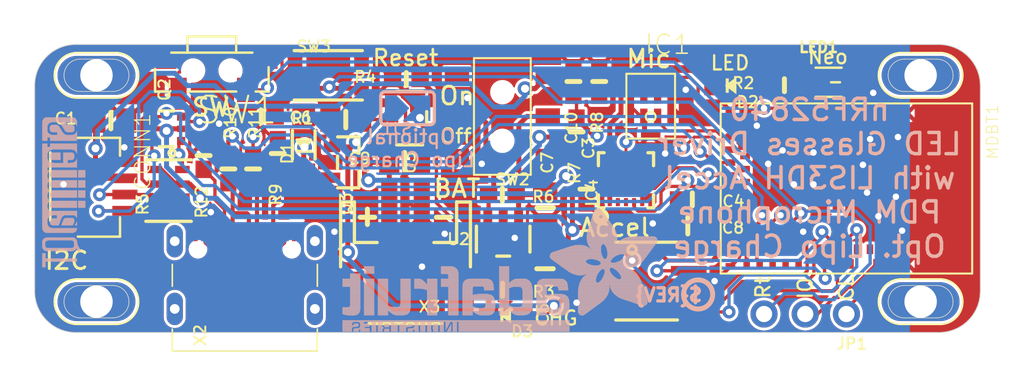
<source format=kicad_pcb>
(kicad_pcb (version 20221018) (generator pcbnew)
  (layers (0 "F.Cu" signal) (31 "B.Cu" signal) (34 "B.Paste" user) (35 "F.Paste" user) (36 "B.SilkS" user "B.Silkscreen") (37 "F.SilkS" user "F.Silkscreen") (38 "B.Mask" user) (39 "F.Mask" user) (44 "Edge.Cuts" user))
  (net 0 "")
  (net 1 "GND")
  (net 2 "VBUS")
  (net 3 "SWDIO")
  (net 4 "SWCLK")
  (net 5 "3.3V")
  (net 6 "RESET")
  (net 7 "VBAT")
  (net 8 "N$1")
  (net 9 "N$11")
  (net 10 "N$12")
  (net 11 "EN")
  (net 12 "USBD+")
  (net 13 "USBD-")
  (net 14 "VHI")
  (net 15 "SDA")
  (net 16 "SCL")
  (net 17 "VDIV")
  (net 18 "QSPI_SCK")
  (net 19 "QSPI_DATA1")
  (net 20 "QSPI_DATA2")
  (net 21 "QSPI_DATA3")
  (net 22 "QSPI_CS")
  (net 23 "QSPI_DATA0")
  (net 24 "NEOPIX")
  (net 25 "D+")
  (net 26 "D-")
  (net 27 "DCCH")
  (net 28 "LED1")
  (net 29 "N$5")
  (net 30 "SWITCH")
  (net 31 "N$2")
  (net 32 "CC2")
  (net 33 "CC1")
  (net 34 "MICC")
  (net 35 "MICD")
  (net 36 "VIN")
  (net 37 "LISIRQ")
  (net 38 "SDA_5V")
  (net 39 "SCL_5V")
  (footprint "working:0603-NO" (layer "F.Cu") (at 152.5651 98.3996 -90)
    (fp_text reference "C10")
    (fp_text value "0.1uF")
  )
  (footprint "working:0603-NO" (layer "F.Cu") (at 131.2926 103.7971 90)
    (fp_text reference "R10")
    (fp_text value "22")
  )
  (footprint "working:0805-NO" (layer "F.Cu") (at 150.8252 106.1974 90)
    (fp_text reference "C7")
    (fp_text value "10uF")
  )
  (footprint "working:0805-NO" (layer "F.Cu") (at 142.1638 103.2891 180)
    (fp_text reference "C9")
    (fp_text value "10uF")
  )
  (footprint "working:0603-NO" (layer "F.Cu") (at 132.8166 103.7971 90)
    (fp_text reference "R11")
    (fp_text value "22")
  )
  (footprint "working:SPK0415HM4H" (layer "F.Cu") (at 157.3276 99.9236 180)
    (fp_text reference "IC1")
    (fp_text value "MIC_PDM_SPK0415")
  )
  (footprint "working:0805-NO" (layer "F.Cu") (at 138.5316 100.7491 180)
    (fp_text reference "C6")
    (fp_text value "10uF")
  )
  (footprint "working:SPST_TACTILE_RA" (layer "F.Cu") (at 130.2766 98.0186 180)
    (fp_text reference "SW1")
    (fp_text value "TACT_RA" hide)
  )
  (footprint "working:FIDUCIAL_1MM" (layer "F.Cu") (at 125.6411 109.0041)
    (fp_text reference "FID2" hide)
    (fp_text value "FIDUCIAL_1MM" hide)
  )
  (footprint "working:CHIPLED_0805_NOOUTLINE" (layer "F.Cu") (at 148.3868 112.8014 90)
    (fp_text reference "D3")
    (fp_text value "ORANGE")
  )
  (footprint "working:SLOT_4MM_PLATED" (layer "F.Cu") (at 173.9646 98.0186)
    (fp_text reference "U$16" hide)
    (fp_text value "MOUNTINGHOLE_SLOT4MM" hide)
    (fp_line (start -1 -1) (end 1 -1) (stroke (width 0.05)) (layer "Edge.Cuts"))
    (fp_line (start 1 1) (end -1 1) (stroke (width 0.05)) (layer "Edge.Cuts"))
    (fp_arc (start -2 0) (mid -1.707107 -0.707107) (end -1 -1) (stroke (width 0.05)) (layer "Edge.Cuts"))
    (fp_arc (start -1 1) (mid -1.707107 0.707107) (end -2 0) (stroke (width 0.05)) (layer "Edge.Cuts"))
    (fp_arc (start 1 -1) (mid 1.707107 -0.707107) (end 2 0) (stroke (width 0.05)) (layer "Edge.Cuts"))
    (fp_arc (start 2 0) (mid 1.707107 0.707107) (end 1 1) (stroke (width 0.05)) (layer "Edge.Cuts"))
  )
  (footprint "working:SLOT_4MM_PLATED" (layer "F.Cu") (at 173.9646 111.9886)
    (fp_text reference "U$14" hide)
    (fp_text value "MOUNTINGHOLE_SLOT4MM" hide)
    (fp_line (start -1 -1) (end 1 -1) (stroke (width 0.05)) (layer "Edge.Cuts"))
    (fp_line (start 1 1) (end -1 1) (stroke (width 0.05)) (layer "Edge.Cuts"))
    (fp_arc (start -2 0) (mid -1.707107 -0.707107) (end -1 -1) (stroke (width 0.05)) (layer "Edge.Cuts"))
    (fp_arc (start -1 1) (mid -1.707107 0.707107) (end -2 0) (stroke (width 0.05)) (layer "Edge.Cuts"))
    (fp_arc (start 1 -1) (mid 1.707107 -0.707107) (end 2 0) (stroke (width 0.05)) (layer "Edge.Cuts"))
    (fp_arc (start 2 0) (mid 1.707107 0.707107) (end 1 1) (stroke (width 0.05)) (layer "Edge.Cuts"))
  )
  (footprint "working:EG1390" (layer "F.Cu") (at 148.1836 100.5586 90)
    (fp_text reference "SW2")
    (fp_text value "EG11")
  )
  (footprint "working:SOIC8_150MIL" (layer "F.Cu") (at 157.0736 110.7186 -90)
    (fp_text reference "IC2" hide)
    (fp_text value "GD25Q16" hide)
  )
  (footprint "working:0603-NO" (layer "F.Cu") (at 152.7556 101.5111 -90)
    (fp_text reference "R7")
    (fp_text value "100K")
  )
  (footprint "working:BTN_KMR2_4.6X2.8" (layer "F.Cu") (at 137.4521 98.0186)
    (fp_text reference "SW3")
    (fp_text value "KMR2")
  )
  (footprint "working:0603-NO" (layer "F.Cu") (at 153.3652 105.0417 90)
    (fp_text reference "C3")
    (fp_text value "0.1uF")
  )
  (footprint "working:0805-NO" (layer "F.Cu") (at 159.6136 107.3023)
    (fp_text reference "C8")
    (fp_text value "10uF")
  )
  (footprint "working:0603-NO" (layer "F.Cu") (at 165.5699 98.6282 180)
    (fp_text reference "R2")
    (fp_text value "1K")
  )
  (footprint "working:0603-NO" (layer "F.Cu") (at 133.3246 100.5586)
    (fp_text reference "R1")
    (fp_text value "100K")
  )
  (footprint "working:SLOT_4MM_PLATED" (layer "F.Cu") (at 123.1646 98.0186)
    (fp_text reference "U$10" hide)
    (fp_text value "MOUNTINGHOLE_SLOT4MM" hide)
    (fp_line (start -1 -1) (end 1 -1) (stroke (width 0.05)) (layer "Edge.Cuts"))
    (fp_line (start 1 1) (end -1 1) (stroke (width 0.05)) (layer "Edge.Cuts"))
    (fp_arc (start -2 0) (mid -1.707107 -0.707107) (end -1 -1) (stroke (width 0.05)) (layer "Edge.Cuts"))
    (fp_arc (start -1 1) (mid -1.707107 0.707107) (end -2 0) (stroke (width 0.05)) (layer "Edge.Cuts"))
    (fp_arc (start 1 -1) (mid 1.707107 -0.707107) (end 2 0) (stroke (width 0.05)) (layer "Edge.Cuts"))
    (fp_arc (start 2 0) (mid 1.707107 0.707107) (end 1 1) (stroke (width 0.05)) (layer "Edge.Cuts"))
  )
  (footprint "working:0603-NO" (layer "F.Cu") (at 154.1526 98.3996 -90)
    (fp_text reference "R8")
    (fp_text value "100K")
  )
  (footprint "working:USB_C_CUSB31-CFM2AX-01-X" (layer "F.Cu") (at 132.3086 111.2266)
    (fp_text reference "X2")
    (fp_text value "USBC")
  )
  (footprint "working:0805-NO" (layer "F.Cu") (at 150.8125 109.9566 -90)
    (fp_text reference "C5")
    (fp_text value "10uF")
  )
  (footprint "working:SOT23-5" (layer "F.Cu") (at 142.4686 100.6602 -90)
    (fp_text reference "U3")
    (fp_text value "MCP73831T-2ACI/OT")
  )
  (footprint "working:SLOT_4MM_PLATED" (layer "F.Cu") (at 123.1646 111.9886)
    (fp_text reference "U$12" hide)
    (fp_text value "MOUNTINGHOLE_SLOT4MM" hide)
    (fp_line (start -1 -1) (end 1 -1) (stroke (width 0.05)) (layer "Edge.Cuts"))
    (fp_line (start 1 1) (end -1 1) (stroke (width 0.05)) (layer "Edge.Cuts"))
    (fp_arc (start -2 0) (mid -1.707107 -0.707107) (end -1 -1) (stroke (width 0.05)) (layer "Edge.Cuts"))
    (fp_arc (start -1 1) (mid -1.707107 0.707107) (end -2 0) (stroke (width 0.05)) (layer "Edge.Cuts"))
    (fp_arc (start 1 -1) (mid 1.707107 -0.707107) (end 2 0) (stroke (width 0.05)) (layer "Edge.Cuts"))
    (fp_arc (start 2 0) (mid 1.707107 0.707107) (end 1 1) (stroke (width 0.05)) (layer "Edge.Cuts"))
  )
  (footprint "working:SK6805_1515" (layer "F.Cu") (at 168.2938 98.4488)
    (fp_text reference "LED1")
    (fp_text value "WS2812B_SK6805_1515")
  )
  (footprint "working:0603-NO" (layer "F.Cu") (at 129.7686 102.9716 -90)
    (fp_text reference "R12")
    (fp_text value "5.1K")
  )
  (footprint "working:0603-NO" (layer "F.Cu") (at 148.1836 105.3846)
    (fp_text reference "R6")
    (fp_text value "100K")
  )
  (footprint "working:FIDUCIAL_1MM" (layer "F.Cu") (at 170.7261 96.8756)
    (fp_text reference "FID1" hide)
    (fp_text value "FIDUCIAL_1MM" hide)
  )
  (footprint "working:CHIPLED_0805_NOOUTLINE" (layer "F.Cu") (at 162.2806 98.6536 90)
    (fp_text reference "D2")
    (fp_text value "RED")
  )
  (footprint "working:1X03_ROUND" (layer "F.Cu") (at 166.8526 112.7506 180)
    (fp_text reference "JP1")
    (fp_text value "")
  )
  (footprint "working:JST_SH4" (layer "F.Cu") (at 122.4026 104.8766 -90)
    (fp_text reference "CONN1")
    (fp_text value "STEMMA_I2C_QT" hide)
  )
  (footprint "working:LGA16_3X3MM" (layer "F.Cu") (at 155.8036 104.4956 90)
    (fp_text reference "IC4")
    (fp_text value "LIS3DH")
  )
  (footprint "working:SOT23-R" (layer "F.Cu") (at 138.684 103.3907 -90)
    (fp_text reference "Q3")
    (fp_text value "DMG2305")
  )
  (footprint "working:SOT363" (layer "F.Cu") (at 127.4826 101.3206 90)
    (fp_text reference "Q2")
    (fp_text value "BSS138")
  )
  (footprint "working:0603-NO" (layer "F.Cu") (at 134.3406 102.8446 -90)
    (fp_text reference "R9")
    (fp_text value "5.1K")
  )
  (footprint "working:RESPACK_4X0603" (layer "F.Cu") (at 127.6096 105.1306 90)
    (fp_text reference "R5")
    (fp_text value "10K")
  )
  (footprint "working:SOT23-5" (layer "F.Cu") (at 148.2344 108.1278 180)
    (fp_text reference "U2")
    (fp_text value "AP2112(3.3V)")
  )
  (footprint "working:MDBT50" (layer "F.Cu") (at 169.3926 105.0036 -90)
    (fp_text reference "MDBT1")
    (fp_text value "MDBT50")
  )
  (footprint "working:0603-NO" (layer "F.Cu") (at 142.2654 98.2472 180)
    (fp_text reference "R4")
    (fp_text value "5.1K")
  )
  (footprint "working:0603-NO" (layer "F.Cu") (at 148.1963 111.252)
    (fp_text reference "R3")
    (fp_text value "1K")
  )
  (footprint "working:JSTPH2_BATT" (layer "F.Cu") (at 142.2146 110.3376 180)
    (fp_text reference "X3")
    (fp_text value "JSTPH")
  )
  (footprint "working:SOD-123" (layer "F.Cu") (at 135.9408 102.3112 90)
    (fp_text reference "D1")
    (fp_text value "MBR120")
  )
  (footprint "working:0805-NO" (layer "F.Cu") (at 124.0536 100.8126 180)
    (fp_text reference "C1")
    (fp_text value "10uF")
  )
  (footprint "working:0603-NO" (layer "F.Cu") (at 159.893 105.6767)
    (fp_text reference "C4")
    (fp_text value "0.1uF")
  )
  (footprint "working:SOLDERJUMPER_ARROW_NOPASTE" (layer "B.Cu") (at 142.3416 100.0506)
    (fp_text reference "SJ1")
    (fp_text value "")
  )
  (footprint "working:PCBFEAT-REV-040" (layer "B.Cu") (at 160.2486 111.5441 180)
    (fp_text reference "U$63" hide)
    (fp_text value "" hide)
  )
  (footprint "working:ADAFRUIT_TEXT_20MM" (layer "B.Cu") (at 157.8991 113.8301 180)
    (fp_text reference "U$37" hide)
    (fp_text value "" hide)
  )
  (footprint "working:STEMMAQT" (layer "B.Cu") (at 122.4661 100.6221 -90)
    (fp_text reference "U$28" hide)
    (fp_text value "" hide)
  )
  (gr_line (start 175.1076 96.1136) (end 121.8946 96.1136) (stroke (width 0.05)) (layer "Edge.Cuts"))
  (gr_line (start 119.3546 98.6536) (end 119.3546 111.3536) (stroke (width 0.05)) (layer "Edge.Cuts"))
  (gr_arc (start 175.1076 96.1136) (mid 176.903651 96.857549) (end 177.6476 98.6536) (stroke (width 0.05)) (layer "Edge.Cuts"))
  (gr_arc (start 177.6476 111.3536) (mid 176.903651 113.149651) (end 175.1076 113.8936) (stroke (width 0.05)) (layer "Edge.Cuts"))
  (gr_arc (start 121.8946 113.8936) (mid 120.098549 113.149651) (end 119.3546 111.3536) (stroke (width 0.05)) (layer "Edge.Cuts"))
  (gr_arc (start 119.3546 98.6536) (mid 120.098549 96.857549) (end 121.8946 96.1136) (stroke (width 0.05)) (layer "Edge.Cuts"))
  (gr_line (start 177.6476 111.3536) (end 177.6476 98.6536) (stroke (width 0.05)) (layer "Edge.Cuts"))
  (gr_line (start 121.8946 113.8936) (end 175.1076 113.8936) (stroke (width 0.05)) (layer "Edge.Cuts"))
  (gr_text "Optional\nLipo Charge" (at 142.5321 102.5271) (layer "B.SilkS") (effects (font (size 0.87376 0.87376) (thickness 0.14224)) (justify mirror)))
  (gr_text "nRF52840\nLED Glasses Driver\nwith LIS3DH Accel\nPDM Microphone\nOpt. Lipo Charge" (at 167.1066 104.3686) (layer "B.SilkS") (effects (font (size 1.31064 1.31064) (thickness 0.21336)) (justify mirror)))
  (gr_text "I2C" (at 121.3231 109.4486) (layer "F.SilkS") (effects (font (size 1.0922 1.0922) (thickness 0.1778))))
  (gr_text "CHG" (at 151.4856 113.0046) (layer "F.SilkS") (effects (font (size 0.87376 0.87376) (thickness 0.14224))))
  (gr_text "Reset" (at 142.2146 96.9391) (layer "F.SilkS") (effects (font (size 0.98298 0.98298) (thickness 0.16002))))
  (gr_text "IO" (at 166.8526 111.1631 90) (layer "F.SilkS") (effects (font (size 0.87376 0.87376) (thickness 0.14224))))
  (gr_text "Mic" (at 157.2006 97.0026) (layer "F.SilkS") (effects (font (size 1.0922 1.0922) (thickness 0.1778))))
  (gr_text "On" (at 145.3896 99.2886) (layer "F.SilkS") (effects (font (size 1.0922 1.0922) (thickness 0.1778))))
  (gr_text "Off" (at 145.3261 101.7651) (layer "F.SilkS") (effects (font (size 0.87376 0.87376) (thickness 0.14224))))
  (gr_text "BAT" (at 145.3896 105.0036) (layer "F.SilkS") (effects (font (size 1.0922 1.0922) (thickness 0.1778))))
  (gr_text "SW" (at 130.2131 99.9871) (layer "F.SilkS") (effects (font (size 1.0922 1.0922) (thickness 0.1778))))
  (gr_text "Rt" (at 164.2491 111.0996 90) (layer "F.SilkS") (effects (font (size 0.87376 0.87376) (thickness 0.14224))))
  (gr_text "CL" (at 169.3926 111.1631 90) (layer "F.SilkS") (effects (font (size 0.87376 0.87376) (thickness 0.14224))))
  (gr_text "Neo" (at 168.2496 96.8756) (layer "F.SilkS") (effects (font (size 0.87376 0.87376) (thickness 0.14224))))
  (gr_text "LED" (at 162.2171 97.2566) (layer "F.SilkS") (effects (font (size 0.87376 0.87376) (thickness 0.14224))))
  (gr_text "Accel" (at 155.1051 107.4166) (layer "F.SilkS") (effects (font (size 1.0922 1.0922) (thickness 0.1778))))
  (segment (start 156.9026 100.5486) (end 156.9466 100.5926) (width 0.3048) (layer "F.Cu") (net 1))
  (segment (start 156.9466 101.5746) (end 156.9466 102.1216) (width 0.2032) (layer "F.Cu") (net 1))
  (segment (start 161.1376 98.5606) (end 161.2306 98.6536) (width 0.2032) (layer "F.Cu") (net 1))
  (segment (start 156.9026 100.5486) (end 156.7026 100.5486) (width 0.2032) (layer "F.Cu") (net 1))
  (segment (start 156.3036 103.1456) (end 156.3036 103.6146) (width 0.2032) (layer "F.Cu") (net 1))
  (segment (start 140.131331 99.548) (end 140.136731 99.5426) (width 0.2032) (layer "F.Cu") (net 1))
  (segment (start 157.3276 101.6736) (end 158.2166 102.5626) (width 0.2032) (layer "F.Cu") (net 1))
  (segment (start 156.9466 101.5746) (end 157.3276 101.5746) (width 0.2032) (layer "F.Cu") (net 1))
  (segment (start 167.3408 97.9988) (end 166.9796 97.6376) (width 0.2032) (layer "F.Cu") (net 1))
  (segment (start 157.1536 104.4956) (end 157.1964 104.4528) (width 0.2032) (layer "F.Cu") (net 1))
  (segment (start 157.549662 104.4528) (end 158.2166 103.785863) (width 0.2032) (layer "F.Cu") (net 1))
  (segment (start 139.5476 99.6696) (end 139.6692 99.548) (width 0.2032) (layer "F.Cu") (net 1))
  (segment (start 129.5781 106.4641) (end 130.2131 106.4641) (width 0.3048) (layer "F.Cu") (net 1))
  (segment (start 155.2956 103.1536) (end 155.3036 103.1456) (width 0.2032) (layer "F.Cu") (net 1))
  (segment (start 149.596175 107.7579) (end 150.206675 107.1474) (width 0.3048) (layer "F.Cu") (net 1))
  (segment (start 132.6896 100.5586) (end 134.1256 101.9946) (width 0.2032) (layer "F.Cu") (net 1))
  (segment (start 150.206675 107.1474) (end 150.8252 107.1474) (width 0.3048) (layer "F.Cu") (net 1))
  (segment (start 157.3276 101.5746) (end 157.3276 101.6736) (width 0.2032) (layer "F.Cu") (net 1))
  (segment (start 134.1256 101.9946) (end 134.3406 101.9946) (width 0.2032) (layer "F.Cu") (net 1))
  (segment (start 156.9466 100.5926) (end 156.9466 101.5746) (width 0.3048) (layer "F.Cu") (net 1))
  (segment (start 139.6692 99.548) (end 140.131331 99.548) (width 0.2032) (layer "F.Cu") (net 1))
  (segment (start 139.4816 100.7491) (end 139.5476 100.6831) (width 0.2032) (layer "F.Cu") (net 1))
  (segment (start 156.3036 103.6146) (end 156.0576 103.8606) (width 0.2032) (layer "F.Cu") (net 1))
  (segment (start 132.4746 100.5586) (end 132.6896 100.5586) (width 0.2032) (layer "F.Cu") (net 1))
  (segment (start 167.7938 97.9988) (end 167.3408 97.9988) (width 0.2032) (layer "F.Cu") (net 1))
  (segment (start 156.3036 103.1456) (end 156.3036 102.7646) (width 0.2032) (layer "F.Cu") (net 1))
  (segment (start 140.136731 99.5426) (end 140.1826 99.5426) (width 0.2032) (layer "F.Cu") (net 1))
  (segment (start 155.4226 103.8606) (end 155.2956 103.7336) (width 0.2032) (layer "F.Cu") (net 1))
  (segment (start 141.1685 100.6602) (end 141.0796 100.7491) (width 0.2032) (layer "F.Cu") (net 1))
  (segment (start 149.2393 107.7579) (end 149.596175 107.7579) (width 0.3048) (layer "F.Cu") (net 1))
  (segment (start 156.8036 105.53955) (end 156.5656 105.30155) (width 0.2032) (layer "F.Cu") (net 1))
  (segment (start 155.2956 103.7336) (end 155.2956 103.1536) (width 0.2032) (layer "F.Cu") (net 1))
  (segment (start 156.0576 103.8606) (end 155.4226 103.8606) (width 0.2032) (layer "F.Cu") (net 1))
  (segment (start 158.2166 103.785863) (end 158.2166 102.8446) (width 0.2032) (layer "F.Cu") (net 1))
  (segment (start 157.1964 104.4528) (end 157.549662 104.4528) (width 0.2032) (layer "F.Cu") (net 1))
  (segment (start 159.043 105.6767) (end 159.043 106.9229) (width 0.2032) (layer "F.Cu") (net 1))
  (segment (start 156.7026 100.5486) (end 156.0776 99.9236) (width 0.2032) (layer "F.Cu") (net 1))
  (segment (start 161.1376 97.6376) (end 161.1376 98.5606) (width 0.2032) (layer "F.Cu") (net 1))
  (segment (start 140.1826 99.5426) (end 140.2891 99.4361) (width 0.2032) (layer "F.Cu") (net 1))
  (segment (start 148.9456 108.0516) (end 149.2393 107.7579) (width 0.3048) (layer "F.Cu") (net 1))
  (segment (start 139.5476 100.6831) (end 139.5476 99.6696) (width 0.2032) (layer "F.Cu") (net 1))
  (segment (start 156.5656 105.30155) (end 156.5656 104.7496) (width 0.2032) (layer "F.Cu") (net 1))
  (segment (start 159.043 106.9229) (end 158.6636 107.3023) (width 0.2032) (layer "F.Cu") (net 1))
  (segment (start 129.1086 106.9336) (end 129.5781 106.4641) (width 0.3048) (layer "F.Cu") (net 1))
  (segment (start 156.8196 104.4956) (end 157.1536 104.4956) (width 0.2032) (layer "F.Cu") (net 1))
  (segment (start 166.9796 97.6376) (end 161.1376 97.6376) (width 0.2032) (layer "F.Cu") (net 1))
  (segment (start 129.1086 107.6816) (end 129.1086 106.9336) (width 0.3048) (layer "F.Cu") (net 1))
  (segment (start 156.8196 104.4956) (end 156.5656 104.7496) (width 0.2032) (layer "F.Cu") (net 1))
  (segment (start 156.9466 102.1216) (end 156.3036 102.7646) (width 0.2032) (layer "F.Cu") (net 1))
  (segment (start 141.0796 100.7491) (end 139.4816 100.7491) (width 0.2032) (layer "F.Cu") (net 1))
  (segment (start 158.2166 102.5626) (end 158.2166 102.8446) (width 0.2032) (layer "F.Cu") (net 1))
  (segment (start 156.8036 105.8456) (end 156.8036 105.53955) (width 0.2032) (layer "F.Cu") (net 1))
  (via (at 121.1326 104.7496) (size 0.8064) (drill 0.4) (layers "F.Cu" "B.Cu") (net 1))
  (via (at 161.2646 110.7186) (size 0.8064) (drill 0.4) (layers "F.Cu" "B.Cu") (net 1))
  (via (at 152.7556 112.0521) (size 0.8064) (drill 0.4) (layers "F.Cu" "B.Cu") (net 1))
  (via (at 170.4086 103.5431) (size 0.8064) (drill 0.4) (layers "F.Cu" "B.Cu") (net 1))
  (via (at 172.8216 107.6071) (size 0.8064) (drill 0.4) (layers "F.Cu" "B.Cu") (net 1))
  (via (at 170.8531 101.9556) (size 0.8064) (drill 0.4) (layers "F.Cu" "B.Cu") (net 1))
  (via (at 163.8681 101.1301) (size 0.8064) (drill 0.4) (layers "F.Cu" "B.Cu") (net 1))
  (via (at 143.2306 109.8296) (size 0.8064) (drill 0.4) (layers "F.Cu" "B.Cu") (net 1))
  (via (at 148.9456 108.0516) (size 0.8064) (drill 0.4) (layers "F.Cu" "B.Cu") (net 1))
  (via (at 171.0436 99.0981) (size 0.8064) (drill 0.4) (layers "F.Cu" "B.Cu") (net 1))
  (via (at 166.1541 104.7496) (size 0.8064) (drill 0.4) (layers "F.Cu" "B.Cu") (net 1))
  (via (at 165.4556 102.6541) (size 0.8064) (drill 0.4) (layers "F.Cu" "B.Cu") (net 1))
  (via (at 172.4406 105.5116) (size 0.8064) (drill 0.4) (layers "F.Cu" "B.Cu") (net 1))
  (via (at 167.3606 102.7811) (size 0.8064) (drill 0.4) (layers "F.Cu" "B.Cu") (net 1))
  (via (at 167.3606 104.7496) (size 0.8064) (drill 0.4) (layers "F.Cu" "B.Cu") (net 1))
  (via (at 172.5676 101.8286) (size 0.8064) (drill 0.4) (layers "F.Cu" "B.Cu") (net 1))
  (via (at 144.6276 107.7976) (size 0.8064) (drill 0.4) (layers "F.Cu" "B.Cu") (net 1))
  (via (at 171.3611 106.7181) (size 0.8064) (drill 0.4) (layers "F.Cu" "B.Cu") (net 1))
  (via (at 159.4866 98.9076) (size 0.8064) (drill 0.4) (layers "F.Cu" "B.Cu") (net 1))
  (via (at 146.9136 103.4796) (size 0.8064) (drill 0.4) (layers "F.Cu" "B.Cu") (net 1))
  (via (at 137.8331 107.6706) (size 0.8064) (drill 0.4) (layers "F.Cu" "B.Cu") (net 1))
  (via (at 130.2131 106.4641) (size 0.8064) (drill 0.4) (layers "F.Cu" "B.Cu") (net 1))
  (via (at 157.4546 107.1626) (size 0.8064) (drill 0.4) (layers "F.Cu" "B.Cu") (net 1))
  (via (at 146.0246 99.4156) (size 0.8064) (drill 0.4) (layers "F.Cu" "B.Cu") (net 1))
  (via (at 164.5666 103.4796) (size 0.8064) (drill 0.4) (layers "F.Cu" "B.Cu") (net 1))
  (via (at 130.7211 101.0031) (size 0.8064) (drill 0.4) (layers "F.Cu" "B.Cu") (net 1))
  (via (at 124.8791 102.4636) (size 0.8064) (drill 0.4) (layers "F.Cu" "B.Cu") (net 1))
  (via (at 158.2166 102.8446) (size 0.8064) (drill 0.4) (layers "F.Cu" "B.Cu") (net 1))
  (via (at 170.6626 105.2576) (size 0.8064) (drill 0.4) (layers "F.Cu" "B.Cu") (net 1))
  (via (at 166.7256 107.6706) (size 0.8064) (drill 0.4) (layers "F.Cu" "B.Cu") (net 1))
  (segment (start 129.9086 107.6816) (end 129.9086 108.3186) (width 0.3048) (layer "F.Cu") (net 2))
  (segment (start 134.7086 108.3166) (end 134.3276 108.6976) (width 0.3048) (layer "F.Cu") (net 2))
  (segment (start 137.1346 109.9566) (end 134.9516 109.9566) (width 0.3048) (layer "F.Cu") (net 2))
  (segment (start 138.7627 102.4407) (end 137.684 102.4407) (width 0.3048) (layer "F.Cu") (net 2))
  (segment (start 134.7086 108.3186) (end 134.7086 107.6816) (width 0.3048) (layer "F.Cu") (net 2))
  (segment (start 158.3436 109.4486) (end 157.8356 108.9406) (width 0.254) (layer "F.Cu") (net 2))
  (segment (start 149.4368 112.8014) (end 150.7998 112.8014) (width 0.3048) (layer "F.Cu") (net 2))
  (segment (start 137.5816 100.7491) (end 137.684 100.8515) (width 0.3048) (layer "F.Cu") (net 2))
  (segment (start 138.7856 102.4636) (end 138.7627 102.4407) (width 0.3048) (layer "F.Cu") (net 2))
  (segment (start 150.7998 112.8014) (end 151.3586 112.2426) (width 0.3048) (layer "F.Cu") (net 2))
  (segment (start 161.5826 109.0036) (end 161.2646 109.3216) (width 0.3048) (layer "F.Cu") (net 2))
  (segment (start 157.8356 108.9406) (end 157.2006 108.9406) (width 0.3048) (layer "F.Cu") (net 2))
  (segment (start 138.1506 108.9406) (end 137.1346 109.9566) (width 0.3048) (layer "F.Cu") (net 2))
  (segment (start 133.4516 109.5756) (end 134.7086 108.3186) (width 0.3048) (layer "F.Cu") (net 2))
  (segment (start 153.2636 108.0516) (end 152.8826 108.4326) (width 0.3048) (layer "F.Cu") (net 2))
  (segment (start 134.9516 109.9566) (end 134.3276 109.3326) (width 0.3048) (layer "F.Cu") (net 2))
  (segment (start 138.7856 102.5906) (end 138.7856 102.5271) (width 0.3048) (layer "F.Cu") (net 2))
  (segment (start 138.7856 102.5906) (end 138.6586 102.7176) (width 0.3048) (layer "F.Cu") (net 2))
  (segment (start 131.1656 109.5756) (end 133.4516 109.5756) (width 0.3048) (layer "F.Cu") (net 2))
  (segment (start 134.1746 100.5586) (end 135.8434 100.5586) (width 0.3048) (layer "F.Cu") (net 2))
  (segment (start 138.6586 108.9406) (end 138.1506 108.9406) (width 0.3048) (layer "F.Cu") (net 2))
  (segment (start 139.1666 102.1461) (end 138.7856 102.5271) (width 0.3048) (layer "F.Cu") (net 2))
  (segment (start 151.3586 112.2426) (end 151.4856 112.2426) (width 0.3048) (layer "F.Cu") (net 2))
  (segment (start 134.7086 107.6816) (end 134.7086 108.3166) (width 0.3048) (layer "F.Cu") (net 2))
  (segment (start 157.2006 108.9406) (end 156.3116 108.0516) (width 0.3048) (layer "F.Cu") (net 2))
  (segment (start 129.9086 108.3186) (end 131.1656 109.5756) (width 0.3048) (layer "F.Cu") (net 2))
  (segment (start 152.8826 110.8456) (end 151.4856 112.2426) (width 0.3048) (layer "F.Cu") (net 2))
  (segment (start 135.9408 100.4612) (end 136.2287 100.7491) (width 0.3048) (layer "F.Cu") (net 2))
  (segment (start 138.7856 102.5271) (end 138.7856 102.4636) (width 0.3048) (layer "F.Cu") (net 2))
  (segment (start 135.8434 100.5586) (end 135.9408 100.4612) (width 0.3048) (layer "F.Cu") (net 2))
  (segment (start 161.1376 109.4486) (end 158.3436 109.4486) (width 0.254) (layer "F.Cu") (net 2))
  (segment (start 136.2287 100.7491) (end 137.5816 100.7491) (width 0.3048) (layer "F.Cu") (net 2))
  (segment (start 137.684 100.8515) (end 137.684 102.4407) (width 0.3048) (layer "F.Cu") (net 2))
  (segment (start 162.2426 109.0036) (end 161.5826 109.0036) (width 0.3048) (layer "F.Cu") (net 2))
  (segment (start 138.6586 108.9406) (end 138.6586 102.7176) (width 0.3048) (layer "F.Cu") (net 2))
  (segment (start 161.2646 109.3216) (end 161.1376 109.4486) (width 0.254) (layer "F.Cu") (net 2))
  (segment (start 156.3116 108.0516) (end 153.2636 108.0516) (width 0.3048) (layer "F.Cu") (net 2))
  (segment (start 134.3276 108.6976) (end 134.3276 109.3326) (width 0.3048) (layer "F.Cu") (net 2))
  (segment (start 152.8826 108.4326) (end 152.8826 110.8456) (width 0.3048) (layer "F.Cu") (net 2))
  (via (at 139.1666 102.1461) (size 0.889) (drill 0.4826) (layers "F.Cu" "B.Cu") (net 2))
  (via (at 138.6586 108.9406) (size 0.889) (drill 0.4826) (layers "F.Cu" "B.Cu") (net 2))
  (via (at 151.3586 112.2426) (size 0.889) (drill 0.4826) (layers "F.Cu" "B.Cu") (net 2))
  (segment (start 151.3586 112.2426) (end 141.5796 112.2426) (width 0.3048) (layer "B.Cu") (net 2))
  (segment (start 141.5796 112.2426) (end 138.6586 109.3216) (width 0.3048) (layer "B.Cu") (net 2))
  (segment (start 138.6586 109.3216) (end 138.6586 108.9406) (width 0.3048) (layer "B.Cu") (net 2))
  (segment (start 139.476628 102.1461) (end 139.1666 102.1461) (width 0.3048) (layer "B.Cu") (net 2))
  (segment (start 141.3256 100.0506) (end 139.476628 102.1461) (width 0.3048) (layer "B.Cu") (net 2))
  (segment (start 168.8846 111.7346) (end 168.6306 111.7346) (width 0.2032) (layer "F.Cu") (net 3))
  (segment (start 171.2426 109.6536) (end 169.7966 111.0996) (width 0.2032) (layer "F.Cu") (net 3))
  (segment (start 169.7966 111.0996) (end 169.5196 111.0996) (width 0.2032) (layer "F.Cu") (net 3))
  (segment (start 169.5196 111.0996) (end 168.8846 111.7346) (width 0.2032) (layer "F.Cu") (net 3))
  (segment (start 168.6306 111.7346) (end 167.6146 112.7506) (width 0.2032) (layer "F.Cu") (net 3))
  (segment (start 166.8526 112.7506) (end 167.6146 112.7506) (width 0.2032) (layer "F.Cu") (net 3))
  (segment (start 172.0426 109.6536) (end 172.0426 109.78465) (width 0.2032) (layer "F.Cu") (net 4))
  (segment (start 169.361625 112.719625) (end 169.361625 112.465625) (width 0.2032) (layer "F.Cu") (net 4))
  (segment (start 172.0426 109.78465) (end 169.361625 112.465625) (width 0.2032) (layer "F.Cu") (net 4))
  (segment (start 169.3926 112.7506) (end 169.361625 112.719625) (width 0.2032) (layer "F.Cu") (net 4))
  (segment (start 150.1551 110.5256) (end 149.1844 109.5549) (width 0.3048) (layer "F.Cu") (net 5))
  (segment (start 158.046025 108.4326) (end 157.5816 108.4326) (width 0.3048) (layer "F.Cu") (net 5))
  (segment (start 159.6736 108.8136) (end 160.5636 107.9236) (width 0.3048) (layer "F.Cu") (net 5))
  (segment (start 156.9026 99.2986) (end 156.9026 98.9906) (width 0.3048) (layer "F.Cu") (net 5))
  (segment (start 128.3826 101.3206) (end 126.5826 101.3206) (width 0.3048) (layer "F.Cu") (net 5))
  (segment (start 152.5016 107.557) (end 152.5016 105.0553) (width 0.3048) (layer "F.Cu") (net 5))
  (segment (start 168.7938 98.8988) (end 169.4923 98.8988) (width 0.3048) (layer "F.Cu") (net 5))
  (segment (start 126.7596 103.8306) (end 127.1351 103.8306) (width 0.3048) (layer "F.Cu") (net 5))
  (segment (start 169.4923 97.0661) (end 169.4923 98.8988) (width 0.3048) (layer "F.Cu") (net 5))
  (segment (start 156.1846 98.2726) (end 155.9941 98.0821) (width 0.3048) (layer "F.Cu") (net 5))
  (segment (start 152.2476 110.2106) (end 152.2476 107.4166) (width 0.3048) (layer "F.Cu") (net 5))
  (segment (start 154.8036 105.3456) (end 154.4536 104.9956) (width 0.3048) (layer "F.Cu") (net 5))
  (segment (start 159.6736 108.8136) (end 158.427025 108.8136) (width 0.3048) (layer "F.Cu") (net 5))
  (segment (start 129.550471 105.356972) (end 129.550471 105.602729) (width 0.3048) (layer "F.Cu") (net 5))
  (segment (start 156.1046 104.4956) (end 154.4536 104.4956) (width 0.3048) (layer "F.Cu") (net 5))
  (segment (start 150.4315 110.5256) (end 150.1551 110.5256) (width 0.3048) (layer "F.Cu") (net 5))
  (segment (start 156.6046 103.9956) (end 156.1046 104.4956) (width 0.3048) (layer "F.Cu") (net 5))
  (segment (start 154.8036 101.0506) (end 155.497 100.3572) (width 0.3048) (layer "F.Cu") (net 5))
  (segment (start 154.4536 104.4956) (end 154.4536 104.9956) (width 0.3048) (layer "F.Cu") (net 5))
  (segment (start 128.9241 104.7306) (end 129.550471 105.356972) (width 0.3048) (layer "F.Cu") (net 5))
  (segment (start 154.386796 103.995604) (end 154.1907 104.1917) (width 0.3048) (layer "F.Cu") (net 5))
  (segment (start 152.5016 107.4166) (end 152.5016 107.557) (width 0.3048) (layer "F.Cu") (net 5))
  (segment (start 152.2476 110.2106) (end 151.5516 110.9066) (width 0.3048) (layer "F.Cu") (net 5))
  (segment (start 154.8036 103.1456) (end 154.8036 103.6456) (width 0.3048) (layer "F.Cu") (net 5))
  (segment (start 154.8036 103.1456) (end 154.8036 101.0506) (width 0.3048) (layer "F.Cu") (net 5))
  (segment (start 156.5656 107.4166) (end 152.5016 107.4166) (width 0.3048) (layer "F.Cu") (net 5))
  (segment (start 152.5016 107.4166) (end 152.2476 107.4166) (width 0.3048) (layer "F.Cu") (net 5))
  (segment (start 128.3826 101.3206) (end 127.6096 101.3206) (width 0.3048) (layer "F.Cu") (net 5))
  (segment (start 150.8125 110.9066) (end 150.4315 110.5256) (width 0.3048) (layer "F.Cu") (net 5))
  (segment (start 155.9941 97.9551) (end 155.497 98.4522) (width 0.3048) (layer "F.Cu") (net 5))
  (segment (start 128.0351 104.7306) (end 128.4596 104.7306) (width 0.3048) (layer "F.Cu") (net 5))
  (segment (start 160.743 105.6767) (end 160.5636 105.8561) (width 0.3048) (layer "F.Cu") (net 5))
  (segment (start 152.5016 105.0553) (end 153.3652 104.1917) (width 0.3048) (layer "F.Cu") (net 5))
  (segment (start 160.6649 107.4036) (end 160.5636 107.3023) (width 0.3048) (layer "F.Cu") (net 5))
  (segment (start 150.8125 110.9066) (end 151.5516 110.9066) (width 0.3048) (layer "F.Cu") (net 5))
  (segment (start 149.1844 109.4279) (end 149.1844 109.5549) (width 0.3048) (layer "F.Cu") (net 5))
  (segment (start 128.4596 104.7306) (end 128.9241 104.7306) (width 0.3048) (layer "F.Cu") (net 5))
  (segment (start 162.2426 107.4036) (end 162.2426 106.6036) (width 0.3048) (layer "F.Cu") (net 5))
  (segment (start 158.427025 108.8136) (end 158.046025 108.4326) (width 0.3048) (layer "F.Cu") (net 5))
  (segment (start 160.5636 107.9236) (end 160.5636 107.3023) (width 0.3048) (layer "F.Cu") (net 5))
  (segment (start 154.4536 103.9956) (end 154.4536 104.4956) (width 0.3048) (layer "F.Cu") (net 5))
  (segment (start 154.1907 104.1917) (end 153.3652 104.1917) (width 0.3048) (layer "F.Cu") (net 5))
  (segment (start 156.8831 97.0661) (end 155.9941 97.9551) (width 0.3048) (layer "F.Cu") (net 5))
  (segment (start 154.8036 105.8456) (end 154.8036 105.3456) (width 0.3048) (layer "F.Cu") (net 5))
  (segment (start 157.1536 103.9956) (end 156.6046 103.9956) (width 0.3048) (layer "F.Cu") (net 5))
  (segment (start 157.5816 108.4326) (end 156.5656 107.4166) (width 0.3048) (layer "F.Cu") (net 5))
  (segment (start 160.5636 105.8561) (end 160.5636 107.3023) (width 0.3048) (layer "F.Cu") (net 5))
  (segment (start 127.6096 101.3206) (end 127.4826 101.4476) (width 0.3048) (layer "F.Cu") (net 5))
  (segment (start 155.497 100.3572) (end 155.497 98.4522) (width 0.3048) (layer "F.Cu") (net 5))
  (segment (start 127.1351 103.8306) (end 128.0351 104.7306) (width 0.3048) (layer "F.Cu") (net 5))
  (segment (start 154.8036 103.6456) (end 154.4536 103.9956) (width 0.3048) (layer "F.Cu") (net 5))
  (segment (start 162.2426 107.4036) (end 160.6649 107.4036) (width 0.3048) (layer "F.Cu") (net 5))
  (segment (start 169.4923 97.0661) (end 156.8831 97.0661) (width 0.3048) (layer "F.Cu") (net 5))
  (segment (start 154.4536 103.9956) (end 154.386796 103.995604) (width 0.3048) (layer "F.Cu") (net 5))
  (segment (start 156.9026 98.9906) (end 156.1846 98.2726) (width 0.1778) (layer "F.Cu") (net 5))
  (segment (start 155.9941 98.0821) (end 155.9941 97.9551) (width 0.3048) (layer "F.Cu") (net 5))
  (via (at 127.4826 101.4476) (size 0.889) (drill 0.4826) (layers "F.Cu" "B.Cu") (net 5))
  (via (at 129.550471 105.602729) (size 0.889) (drill 0.4826) (layers "F.Cu" "B.Cu") (net 5))
  (via (at 152.5016 107.557) (size 0.889) (drill 0.4826) (layers "F.Cu" "B.Cu") (net 5))
  (segment (start 152.5016 107.557) (end 151.6928 106.7482) (width 0.3048) (layer "B.Cu") (net 5))
  (segment (start 131.708118 106.7482) (end 130.562646 105.602729) (width 0.3048) (layer "B.Cu") (net 5))
  (segment (start 129.419646 105.602729) (end 127.4826 103.665682) (width 0.3048) (layer "B.Cu") (net 5))
  (segment (start 129.550471 105.602729) (end 129.419646 105.602729) (width 0.3048) (layer "B.Cu") (net 5))
  (segment (start 127.4826 103.665682) (end 127.4826 101.4476) (width 0.3048) (layer "B.Cu") (net 5))
  (segment (start 130.562646 105.602729) (end 129.550471 105.602729) (width 0.3048) (layer "B.Cu") (net 5))
  (segment (start 131.708118 106.7482) (end 151.6928 106.7482) (width 0.3048) (layer "B.Cu") (net 5))
  (segment (start 165.9156 107.2106) (end 165.9156 108.6266) (width 0.2032) (layer "F.Cu") (net 6))
  (segment (start 137.5156 98.7426) (end 137.4396 98.8186) (width 0.2032) (layer "F.Cu") (net 6))
  (segment (start 137.212012 98.8186) (end 135.4021 98.8186) (width 0.3048) (layer "F.Cu") (net 6))
  (segment (start 137.5156 98.7426) (end 137.536975 98.7426) (width 0.2032) (layer "F.Cu") (net 6))
  (segment (start 137.4396 98.8186) (end 137.212012 98.8186) (width 0.2032) (layer "F.Cu") (net 6))
  (segment (start 137.612975 98.8186) (end 139.5021 98.8186) (width 0.3048) (layer "F.Cu") (net 6))
  (segment (start 166.0426 108.7536) (end 165.9156 108.6266) (width 0.2032) (layer "F.Cu") (net 6))
  (segment (start 137.536975 98.7426) (end 137.612975 98.8186) (width 0.2032) (layer "F.Cu") (net 6))
  (segment (start 165.9156 107.2106) (end 166.5986 106.5276) (width 0.2032) (layer "F.Cu") (net 6))
  (via (at 137.5156 98.7426) (size 0.8064) (drill 0.4) (layers "F.Cu" "B.Cu") (net 6))
  (via (at 166.5986 106.5276) (size 0.8064) (drill 0.4) (layers "F.Cu" "B.Cu") (net 6))
  (segment (start 151.655606 99.6696) (end 150.093606 98.1076) (width 0.2032) (layer "B.Cu") (net 6))
  (segment (start 170.8531 107.2896) (end 169.9641 106.4006) (width 0.2032) (layer "B.Cu") (net 6))
  (segment (start 168.6306 111.8616) (end 170.8531 109.6391) (width 0.2032) (layer "B.Cu") (net 6))
  (segment (start 167.3606 111.4806) (end 167.7416 111.8616) (width 0.2032) (layer "B.Cu") (net 6))
  (segment (start 164.3126 112.7506) (end 165.5826 111.4806) (width 0.2032) (layer "B.Cu") (net 6))
  (segment (start 170.8531 109.6391) (end 170.8531 107.2896) (width 0.2032) (layer "B.Cu") (net 6))
  (segment (start 150.093606 98.1076) (end 138.1506 98.1076) (width 0.2032) (layer "B.Cu") (net 6))
  (segment (start 165.5826 111.4806) (end 167.3606 111.4806) (width 0.2032) (layer "B.Cu") (net 6))
  (segment (start 159.7406 99.6696) (end 151.655606 99.6696) (width 0.2032) (layer "B.Cu") (net 6))
  (segment (start 166.7256 106.4006) (end 166.5986 106.5276) (width 0.2032) (layer "B.Cu") (net 6))
  (segment (start 169.9641 106.4006) (end 166.7256 106.4006) (width 0.2032) (layer "B.Cu") (net 6))
  (segment (start 166.5986 106.5276) (end 159.7406 99.6696) (width 0.2032) (layer "B.Cu") (net 6))
  (segment (start 167.7416 111.8616) (end 168.6306 111.8616) (width 0.2032) (layer "B.Cu") (net 6))
  (segment (start 138.1506 98.1076) (end 137.5156 98.7426) (width 0.2032) (layer "B.Cu") (net 6))
  (segment (start 141.1757 103.3907) (end 141.2138 103.3526) (width 0.3048) (layer "F.Cu") (net 7))
  (segment (start 139.684 104.251) (end 139.9286 104.4956) (width 0.3048) (layer "F.Cu") (net 7))
  (segment (start 139.684 103.3907) (end 139.684 104.251) (width 0.3048) (layer "F.Cu") (net 7))
  (segment (start 141.2138 103.3526) (end 141.2138 106.6368) (width 0.3048) (layer "F.Cu") (net 7))
  (segment (start 139.684 103.3907) (end 141.1757 103.3907) (width 0.3048) (layer "F.Cu") (net 7))
  (segment (start 152.7556 102.3611) (end 152.2231 101.8286) (width 0.3048) (layer "F.Cu") (net 7))
  (segment (start 141.1685 103.2438) (end 141.1685 101.6102) (width 0.3048) (layer "F.Cu") (net 7))
  (segment (start 141.2138 103.2891) (end 141.1685 103.2438) (width 0.3048) (layer "F.Cu") (net 7))
  (segment (start 141.2138 103.2891) (end 141.2138 103.3526) (width 0.3048) (layer "F.Cu") (net 7))
  (segment (start 141.2138 106.6368) (end 141.2146 106.6376) (width 0.3048) (layer "F.Cu") (net 7))
  (segment (start 150.4696 101.8286) (end 152.2231 101.8286) (width 0.3048) (layer "F.Cu") (net 7))
  (via (at 139.9286 104.4956) (size 0.889) (drill 0.4826) (layers "F.Cu" "B.Cu") (net 7))
  (via (at 150.4696 101.8286) (size 0.889) (drill 0.4826) (layers "F.Cu" "B.Cu") (net 7))
  (segment (start 139.9286 104.4956) (end 148.3106 104.4956) (width 0.3048) (layer "B.Cu") (net 7))
  (segment (start 150.4696 102.3366) (end 150.4696 101.8286) (width 0.3048) (layer "B.Cu") (net 7))
  (segment (start 148.3106 104.4956) (end 150.4696 102.3366) (width 0.3048) (layer "B.Cu") (net 7))
  (segment (start 147.3463 111.252) (end 147.3463 112.7919) (width 0.3048) (layer "F.Cu") (net 8))
  (segment (start 147.3368 112.8014) (end 147.3463 112.7919) (width 0.3048) (layer "F.Cu") (net 8))
  (segment (start 148.1836 110.3893) (end 148.1836 108.8136) (width 0.2032) (layer "F.Cu") (net 9))
  (segment (start 142.8496 102.0826) (end 142.2146 101.4476) (width 0.2032) (layer "F.Cu") (net 9))
  (segment (start 143.846 102.19) (end 143.04245 102.19) (width 0.2032) (layer "F.Cu") (net 9))
  (segment (start 142.2146 101.4476) (end 142.2146 100.0506) (width 0.2032) (layer "F.Cu") (net 9))
  (segment (start 141.8742 99.7102) (end 141.1685 99.7102) (width 0.2032) (layer "F.Cu") (net 9))
  (segment (start 143.04245 102.19) (end 142.93505 102.0826) (width 0.2032) (layer "F.Cu") (net 9))
  (segment (start 142.93505 102.0826) (end 142.8496 102.0826) (width 0.2032) (layer "F.Cu") (net 9))
  (segment (start 147.8026 108.4326) (end 146.6596 108.4326) (width 0.2032) (layer "F.Cu") (net 9))
  (segment (start 146.6596 108.4326) (end 144.1196 105.8926) (width 0.2032) (layer "F.Cu") (net 9))
  (segment (start 149.0463 111.252) (end 148.1836 110.3893) (width 0.2032) (layer "F.Cu") (net 9))
  (segment (start 142.2146 100.0506) (end 141.8742 99.7102) (width 0.2032) (layer "F.Cu") (net 9))
  (segment (start 144.1196 105.8926) (end 144.1196 102.4636) (width 0.2032) (layer "F.Cu") (net 9))
  (segment (start 148.1836 108.8136) (end 147.8026 108.4326) (width 0.2032) (layer "F.Cu") (net 9))
  (segment (start 144.1196 102.4636) (end 143.846 102.19) (width 0.2032) (layer "F.Cu") (net 9))
  (segment (start 143.1154 98.2472) (end 143.1154 98.2949) (width 0.3048) (layer "F.Cu") (net 10))
  (segment (start 143.7687 99.7102) (end 143.7687 98.9482) (width 0.3048) (layer "F.Cu") (net 10))
  (segment (start 143.7687 98.9482) (end 143.1154 98.2949) (width 0.3048) (layer "F.Cu") (net 10))
  (segment (start 147.1676 102.4636) (end 147.1676 100.9396) (width 0.3048) (layer "F.Cu") (net 11))
  (segment (start 147.3336 105.3846) (end 147.6511 105.0671) (width 0.3048) (layer "F.Cu") (net 11))
  (segment (start 146.7866 100.5586) (end 145.3836 100.5586) (width 0.3048) (layer "F.Cu") (net 11))
  (segment (start 147.3336 106.7785) (end 147.2844 106.8277) (width 0.254) (layer "F.Cu") (net 11))
  (segment (start 147.1676 100.9396) (end 146.7866 100.5586) (width 0.3048) (layer "F.Cu") (net 11))
  (segment (start 147.6511 102.9471) (end 147.1676 102.4636) (width 0.3048) (layer "F.Cu") (net 11))
  (segment (start 147.3336 105.3846) (end 147.3336 106.7785) (width 0.254) (layer "F.Cu") (net 11))
  (segment (start 147.6511 102.9471) (end 147.6511 105.0671) (width 0.3048) (layer "F.Cu") (net 11))
  (segment (start 164.499575 107.4126) (end 165.257575 106.6546) (width 0.2032) (layer "F.Cu") (net 12))
  (segment (start 163.8744 109.3584) (end 163.8744 107.8548) (width 0.2032) (layer "F.Cu") (net 12))
  (segment (start 163.8744 107.8548) (end 164.3166 107.4126) (width 0.2032) (layer "F.Cu") (net 12))
  (segment (start 132.8166 101.8286) (end 132.8166 102.9471) (width 0.2032) (layer "F.Cu") (net 12))
  (segment (start 164.0426 109.6536) (end 164.0426 109.5266) (width 0.2032) (layer "F.Cu") (net 12))
  (segment (start 164.3166 107.4126) (end 164.499575 107.4126) (width 0.2032) (layer "F.Cu") (net 12))
  (segment (start 164.0426 109.5266) (end 163.8744 109.3584) (width 0.2032) (layer "F.Cu") (net 12))
  (segment (start 165.257575 106.6546) (end 165.3286 106.6546) (width 0.2032) (layer "F.Cu") (net 12))
  (via (at 165.3286 106.6546) (size 0.8064) (drill 0.4) (layers "F.Cu" "B.Cu") (net 12))
  (via (at 132.8166 101.8286) (size 0.8064) (drill 0.4) (layers "F.Cu" "B.Cu") (net 12))
  (segment (start 136.3726 101.1936) (end 133.4516 101.1936) (width 0.2032) (layer "B.Cu") (net 12))
  (segment (start 138.5316 103.3526) (end 136.3726 101.1936) (width 0.2032) (layer "B.Cu") (net 12))
  (segment (start 145.0086 103.3526) (end 138.5316 103.3526) (width 0.2032) (layer "B.Cu") (net 12))
  (segment (start 133.4516 101.1936) (end 132.8166 101.8286) (width 0.2032) (layer "B.Cu") (net 12))
  (segment (start 147.8026 100.5586) (end 145.0086 103.3526) (width 0.2032) (layer "B.Cu") (net 12))
  (segment (start 165.3286 106.0196) (end 159.8676 100.5586) (width 0.2032) (layer "B.Cu") (net 12))
  (segment (start 159.8676 100.5586) (end 147.8026 100.5586) (width 0.2032) (layer "B.Cu") (net 12))
  (segment (start 165.3286 106.6546) (end 165.3286 106.0196) (width 0.2032) (layer "B.Cu") (net 12))
  (segment (start 131.5466 101.7818) (end 131.2926 102.0358) (width 0.254) (layer "F.Cu") (net 13))
  (segment (start 163.2426 107.8756) (end 163.2426 109.6536) (width 0.254) (layer "F.Cu") (net 13))
  (segment (start 131.2926 102.0358) (end 131.2926 102.9471) (width 0.254) (layer "F.Cu") (net 13))
  (segment (start 164.1856 106.6546) (end 164.1856 106.9326) (width 0.254) (layer "F.Cu") (net 13))
  (segment (start 164.1856 106.9326) (end 163.2426 107.8756) (width 0.254) (layer "F.Cu") (net 13))
  (via (at 164.1856 106.6546) (size 0.8064) (drill 0.4) (layers "F.Cu" "B.Cu") (net 13))
  (via (at 131.5466 101.7818) (size 0.8064) (drill 0.4) (layers "F.Cu" "B.Cu") (net 13))
  (segment (start 133.9596 101.7016) (end 133.15 102.5112) (width 0.2032) (layer "B.Cu") (net 13))
  (segment (start 133.15 102.5112) (end 132.276 102.5112) (width 0.2032) (layer "B.Cu") (net 13))
  (segment (start 145.2626 103.7336) (end 138.3411 103.7336) (width 0.2032) (layer "B.Cu") (net 13))
  (segment (start 164.1856 105.5116) (end 164.1856 106.6546) (width 0.2032) (layer "B.Cu") (net 13))
  (segment (start 145.2626 103.7336) (end 147.9296 101.0666) (width 0.2032) (layer "B.Cu") (net 13))
  (segment (start 164.1856 105.5116) (end 159.7406 101.0666) (width 0.2032) (layer "B.Cu") (net 13))
  (segment (start 138.3411 103.7336) (end 136.3091 101.7016) (width 0.2032) (layer "B.Cu") (net 13))
  (segment (start 132.276 102.5112) (end 131.5466 101.7818) (width 0.2032) (layer "B.Cu") (net 13))
  (segment (start 136.3091 101.7016) (end 133.9596 101.7016) (width 0.2032) (layer "B.Cu") (net 13))
  (segment (start 147.9296 101.0666) (end 159.7406 101.0666) (width 0.2032) (layer "B.Cu") (net 13))
  (segment (start 128.4596 106.4306) (end 127.9606 106.4306) (width 0.3048) (layer "F.Cu") (net 14))
  (segment (start 123.2836 104.3766) (end 123.1036 104.1966) (width 0.3048) (layer "F.Cu") (net 14))
  (segment (start 122.4026 105.2576) (end 123.2836 104.3766) (width 0.3048) (layer "F.Cu") (net 14))
  (segment (start 150.202 98.8402) (end 149.5806 98.8402) (width 0.3048) (layer "F.Cu") (net 14))
  (segment (start 123.1036 104.1966) (end 123.1036 102.5271) (width 0.3048) (layer "F.Cu") (net 14))
  (segment (start 124.9166 104.3766) (end 123.2836 104.3766) (width 0.3048) (layer "F.Cu") (net 14))
  (segment (start 123.1036 102.5271) (end 123.1036 100.8126) (width 0.3048) (layer "F.Cu") (net 14))
  (segment (start 127.9606 106.4306) (end 126.9746 107.4166) (width 0.3048) (layer "F.Cu") (net 14))
  (segment (start 122.4026 107.0356) (end 122.4026 105.2576) (width 0.3048) (layer "F.Cu") (net 14))
  (segment (start 122.7836 107.4166) (end 122.4026 107.0356) (width 0.3048) (layer "F.Cu") (net 14))
  (segment (start 126.9746 107.4166) (end 122.7836 107.4166) (width 0.3048) (layer "F.Cu") (net 14))
  (segment (start 150.9836 98.0586) (end 150.202 98.8402) (width 0.3048) (layer "F.Cu") (net 14))
  (segment (start 128.4596 105.5306) (end 128.4596 106.4306) (width 0.3048) (layer "F.Cu") (net 14))
  (via (at 123.1036 102.5271) (size 0.889) (drill 0.4826) (layers "F.Cu" "B.Cu") (net 14))
  (via (at 149.5806 98.8402) (size 0.9064) (drill 0.5) (layers "F.Cu" "B.Cu") (net 14))
  (segment (start 126.786 97.8916) (end 127.9906 97.8916) (width 0.3048) (layer "B.Cu") (net 14))
  (segment (start 149.5806 99.2886) (end 148.9042 99.965) (width 0.3048) (layer "B.Cu") (net 14))
  (segment (start 123.2281 102.4026) (end 123.1036 102.5271) (width 0.3048) (layer "B.Cu") (net 14))
  (segment (start 147.663275 99.965) (end 146.237675 98.5394) (width 0.3048) (layer "B.Cu") (net 14))
  (segment (start 128.7526 98.6536) (end 130.4671 98.6536) (width 0.3048) (layer "B.Cu") (net 14))
  (segment (start 149.5806 98.8402) (end 149.5806 99.2886) (width 0.3048) (layer "B.Cu") (net 14))
  (segment (start 126.786 97.8916) (end 123.2281 101.4495) (width 0.3048) (layer "B.Cu") (net 14))
  (segment (start 123.2281 101.4495) (end 123.2281 102.4026) (width 0.3048) (layer "B.Cu") (net 14))
  (segment (start 139.4078 98.5394) (end 138.0236 99.9236) (width 0.3048) (layer "B.Cu") (net 14))
  (segment (start 130.4671 98.6536) (end 131.7371 99.9236) (width 0.3048) (layer "B.Cu") (net 14))
  (segment (start 138.0236 99.9236) (end 131.7371 99.9236) (width 0.3048) (layer "B.Cu") (net 14))
  (segment (start 146.237675 98.5394) (end 139.4078 98.5394) (width 0.3048) (layer "B.Cu") (net 14))
  (segment (start 127.9906 97.8916) (end 128.7526 98.6536) (width 0.3048) (layer "B.Cu") (net 14))
  (segment (start 148.9042 99.965) (end 147.663275 99.965) (width 0.3048) (layer "B.Cu") (net 14))
  (segment (start 126.2695 104.7306) (end 125.971 104.4321) (width 0.2032) (layer "F.Cu") (net 15))
  (segment (start 158.8516 103.7256) (end 157.5816 104.9956) (width 0.2032) (layer "F.Cu") (net 15))
  (segment (start 125.971 104.4321) (end 125.971 100.7367) (width 0.2032) (layer "F.Cu") (net 15))
  (segment (start 160.3121 104.1066) (end 159.9311 103.7256) (width 0.2032) (layer "F.Cu") (net 15))
  (segment (start 126.2126 100.4951) (end 126.5826 100.4951) (width 0.2032) (layer "F.Cu") (net 15))
  (segment (start 126.5826 100.4951) (end 126.5826 100.5706) (width 0.2032) (layer "F.Cu") (net 15))
  (segment (start 157.5816 104.9956) (end 157.1536 104.9956) (width 0.2032) (layer "F.Cu") (net 15))
  (segment (start 160.8836 104.2036) (end 160.8836 104.1066) (width 0.2032) (layer "F.Cu") (net 15))
  (segment (start 159.9311 103.7256) (end 158.8516 103.7256) (width 0.2032) (layer "F.Cu") (net 15))
  (segment (start 160.8836 104.1066) (end 160.3121 104.1066) (width 0.2032) (layer "F.Cu") (net 15))
  (segment (start 162.2426 104.2036) (end 160.8836 104.2036) (width 0.2032) (layer "F.Cu") (net 15))
  (segment (start 126.7596 104.7306) (end 126.2695 104.7306) (width 0.2032) (layer "F.Cu") (net 15))
  (segment (start 125.971 100.7367) (end 126.2126 100.4951) (width 0.2032) (layer "F.Cu") (net 15))
  (segment (start 126.5826 100.5706) (end 127.4826 100.5706) (width 0.2032) (layer "F.Cu") (net 15))
  (segment (start 127.4826 100.3681) (end 127.4826 100.5706) (width 0.2032) (layer "F.Cu") (net 15))
  (via (at 127.4826 100.3681) (size 0.8001) (drill 0.3937) (layers "F.Cu" "B.Cu") (net 15))
  (via (at 160.8836 104.1066) (size 0.8064) (drill 0.4) (layers "F.Cu" "B.Cu") (net 15))
  (segment (start 132.2244 105.8084) (end 128.35255 101.93655) (width 0.2032) (layer "B.Cu") (net 15))
  (segment (start 159.1691 103.7891) (end 157.1498 105.8084) (width 0.2032) (layer "B.Cu") (net 15))
  (segment (start 160.3756 104.1066) (end 160.8836 104.1066) (width 0.2032) (layer "B.Cu") (net 15))
  (segment (start 128.35255 101.93655) (end 128.35255 100.3681) (width 0.2032) (layer "B.Cu") (net 15))
  (segment (start 128.35255 100.3681) (end 127.4826 100.3681) (width 0.2032) (layer "B.Cu") (net 15))
  (segment (start 160.0581 103.7891) (end 159.1691 103.7891) (width 0.2032) (layer "B.Cu") (net 15))
  (segment (start 132.2244 105.8084) (end 157.1498 105.8084) (width 0.2032) (layer "B.Cu") (net 15))
  (segment (start 160.3756 104.1066) (end 160.0581 103.7891) (width 0.2032) (layer "B.Cu") (net 15))
  (segment (start 157.9626 106.00065) (end 157.56265 106.4006) (width 0.2032) (layer "F.Cu") (net 16))
  (segment (start 128.2446 102.2086) (end 128.2446 102.9081) (width 0.2032) (layer "F.Cu") (net 16))
  (segment (start 162.1109 104.8719) (end 162.2426 105.0036) (width 0.2032) (layer "F.Cu") (net 16))
  (segment (start 128.2446 102.9081) (end 128.4596 103.1231) (width 0.2032) (layer "F.Cu") (net 16))
  (segment (start 128.3826 102.0706) (end 128.2446 102.2086) (width 0.2032) (layer "F.Cu") (net 16))
  (segment (start 159.6136 104.8719) (end 162.1109 104.8719) (width 0.2032) (layer "F.Cu") (net 16))
  (segment (start 159.6136 104.4956) (end 159.6136 104.8719) (width 0.2032) (layer "F.Cu") (net 16))
  (segment (start 157.9626 105.2026) (end 157.9626 106.00065) (width 0.2032) (layer "F.Cu") (net 16))
  (segment (start 159.6136 104.8719) (end 158.2933 104.8719) (width 0.2032) (layer "F.Cu") (net 16))
  (segment (start 157.56265 106.4006) (end 156.55255 106.4006) (width 0.2032) (layer "F.Cu") (net 16))
  (segment (start 128.4596 103.1231) (end 128.4596 103.8306) (width 0.2032) (layer "F.Cu") (net 16))
  (segment (start 158.2933 104.8719) (end 157.9626 105.2026) (width 0.2032) (layer "F.Cu") (net 16))
  (segment (start 156.55255 106.4006) (end 156.3036 106.15165) (width 0.2032) (layer "F.Cu") (net 16))
  (segment (start 156.3036 106.15165) (end 156.3036 105.8456) (width 0.2032) (layer "F.Cu") (net 16))
  (via (at 159.6136 104.4956) (size 0.8064) (drill 0.4) (layers "F.Cu" "B.Cu") (net 16))
  (via (at 128.2446 102.9081) (size 0.8001) (drill 0.3937) (layers "F.Cu" "B.Cu") (net 16))
  (segment (start 130.468218 104.8258) (end 129.717803 104.8258) (width 0.2032) (layer "B.Cu") (net 16))
  (segment (start 130.468218 104.8258) (end 131.908018 106.2656) (width 0.2032) (layer "B.Cu") (net 16))
  (segment (start 129.717803 104.8258) (end 128.2446 103.3526) (width 0.2032) (layer "B.Cu") (net 16))
  (segment (start 128.2446 103.3526) (end 128.2446 102.9081) (width 0.2032) (layer "B.Cu") (net 16))
  (segment (start 131.908018 106.2656) (end 157.8436 106.2656) (width 0.2032) (layer "B.Cu") (net 16))
  (segment (start 157.8436 106.2656) (end 159.6136 104.4956) (width 0.2032) (layer "B.Cu") (net 16))
  (segment (start 153.835103 101.765104) (end 154.0256 101.7651) (width 0.3048) (layer "F.Cu") (net 17))
  (segment (start 154.1526 99.2496) (end 152.5651 99.2496) (width 0.2032) (layer "F.Cu") (net 17))
  (segment (start 160.3756 102.7176) (end 160.4391 102.6541) (width 0.2032) (layer "F.Cu") (net 17))
  (segment (start 161.1886 103.4036) (end 162.2426 103.4036) (width 0.2032) (layer "F.Cu") (net 17))
  (segment (start 152.7556 100.6611) (end 152.7556 100.6856) (width 0.3048) (layer "F.Cu") (net 17))
  (segment (start 153.835103 101.765104) (end 152.7556 100.6856) (width 0.3048) (layer "F.Cu") (net 17))
  (segment (start 152.7556 99.4401) (end 152.7556 100.6611) (width 0.2032) (layer "F.Cu") (net 17))
  (segment (start 152.5651 99.2496) (end 152.7556 99.4401) (width 0.2032) (layer "F.Cu") (net 17))
  (segment (start 160.4391 102.6541) (end 161.1886 103.4036) (width 0.2032) (layer "F.Cu") (net 17))
  (via (at 160.3756 102.7176) (size 0.8064) (drill 0.4) (layers "F.Cu" "B.Cu") (net 17))
  (via (at 154.0256 101.7651) (size 0.8064) (drill 0.4) (layers "F.Cu" "B.Cu") (net 17))
  (segment (start 154.0256 101.7651) (end 154.3431 101.4476) (width 0.2032) (layer "B.Cu") (net 17))
  (segment (start 160.3756 102.7176) (end 160.3756 102.4636) (width 0.2032) (layer "B.Cu") (net 17))
  (segment (start 159.3596 101.4476) (end 154.3431 101.4476) (width 0.2032) (layer "B.Cu") (net 17))
  (segment (start 160.3756 102.4636) (end 159.3596 101.4476) (width 0.2032) (layer "B.Cu") (net 17))
  (segment (start 166.9696 108.8806) (end 166.9696 110.0936) (width 0.2032) (layer "F.Cu") (net 18))
  (segment (start 159.6736 111.3536) (end 159.8006 111.4806) (width 0.2032) (layer "F.Cu") (net 18))
  (segment (start 166.7256 110.3376) (end 162.7216 110.3376) (width 0.2032) (layer "F.Cu") (net 18))
  (segment (start 161.5786 111.4806) (end 159.8006 111.4806) (width 0.2032) (layer "F.Cu") (net 18))
  (segment (start 166.8426 108.7536) (end 166.9696 108.8806) (width 0.2032) (layer "F.Cu") (net 18))
  (segment (start 162.7216 110.3376) (end 161.5786 111.4806) (width 0.2032) (layer "F.Cu") (net 18))
  (segment (start 166.9696 110.0936) (end 166.7256 110.3376) (width 0.2032) (layer "F.Cu") (net 18))
  (segment (start 154.4736 110.0836) (end 155.0416 110.0836) (width 0.2032) (layer "F.Cu") (net 19))
  (segment (start 167.386 109.0102) (end 167.6426 108.7536) (width 0.2032) (layer "F.Cu") (net 19))
  (segment (start 156.9466 111.9886) (end 161.716625 111.9886) (width 0.2032) (layer "F.Cu") (net 19))
  (segment (start 161.716625 111.9886) (end 162.961225 110.744) (width 0.2032) (layer "F.Cu") (net 19))
  (segment (start 166.9542 110.744) (end 167.386 110.3122) (width 0.2032) (layer "F.Cu") (net 19))
  (segment (start 162.961225 110.744) (end 166.9542 110.744) (width 0.2032) (layer "F.Cu") (net 19))
  (segment (start 167.386 110.3122) (end 167.386 109.0102) (width 0.2032) (layer "F.Cu") (net 19))
  (segment (start 155.0416 110.0836) (end 156.9466 111.9886) (width 0.2032) (layer "F.Cu") (net 19))
  (segment (start 162.9156 111.7346) (end 163.333625 111.316575) (width 0.2032) (layer "F.Cu") (net 20))
  (segment (start 163.333625 111.316575) (end 168.625625 111.316575) (width 0.2032) (layer "F.Cu") (net 20))
  (segment (start 168.8426 111.0996) (end 168.8426 109.6536) (width 0.2032) (layer "F.Cu") (net 20))
  (segment (start 162.5346 113.3856) (end 162.9156 113.0046) (width 0.2032) (layer "F.Cu") (net 20))
  (segment (start 162.9156 113.0046) (end 162.9156 111.7346) (width 0.2032) (layer "F.Cu") (net 20))
  (segment (start 168.625625 111.316575) (end 168.8426 111.0996) (width 0.2032) (layer "F.Cu") (net 20))
  (segment (start 155.0416 111.3536) (end 157.0736 113.3856) (width 0.2032) (layer "F.Cu") (net 20))
  (segment (start 155.0416 111.3536) (end 154.4736 111.3536) (width 0.2032) (layer "F.Cu") (net 20))
  (segment (start 157.0736 113.3856) (end 162.5346 113.3856) (width 0.2032) (layer "F.Cu") (net 20))
  (segment (start 168.4426 108.227) (end 167.8862 107.6706) (width 0.2032) (layer "F.Cu") (net 21))
  (segment (start 168.4426 108.7536) (end 168.4426 108.227) (width 0.2032) (layer "F.Cu") (net 21))
  (segment (start 157.7086 110.0836) (end 159.6736 110.0836) (width 0.2032) (layer "F.Cu") (net 21))
  (via (at 167.8862 107.6706) (size 0.8064) (drill 0.4) (layers "F.Cu" "B.Cu") (net 21))
  (via (at 157.7086 110.0836) (size 0.8064) (drill 0.4) (layers "F.Cu" "B.Cu") (net 21))
  (segment (start 167.8862 108.034) (end 166.4716 109.4486) (width 0.2032) (layer "B.Cu") (net 21))
  (segment (start 166.4716 109.4486) (end 158.3436 109.4486) (width 0.2032) (layer "B.Cu") (net 21))
  (segment (start 167.8862 107.6706) (end 167.8862 108.034) (width 0.2032) (layer "B.Cu") (net 21))
  (segment (start 157.7086 110.0836) (end 158.3436 109.4486) (width 0.2032) (layer "B.Cu") (net 21))
  (segment (start 168.0426 109.6536) (end 168.0426 110.516575) (width 0.2032) (layer "F.Cu") (net 22))
  (segment (start 155.5496 108.8136) (end 154.4736 108.8136) (width 0.2032) (layer "F.Cu") (net 22))
  (segment (start 168.0846 110.558575) (end 168.0426 110.516575) (width 0.2032) (layer "F.Cu") (net 22))
  (segment (start 156.1846 109.4486) (end 155.5496 108.8136) (width 0.2032) (layer "F.Cu") (net 22))
  (via (at 168.0846 110.558575) (size 0.8064) (drill 0.4) (layers "F.Cu" "B.Cu") (net 22))
  (via (at 156.1846 109.4486) (size 0.8064) (drill 0.4) (layers "F.Cu" "B.Cu") (net 22))
  (segment (start 167.4496 109.923575) (end 159.0676 109.923575) (width 0.2032) (layer "B.Cu") (net 22))
  (segment (start 168.0846 110.558575) (end 167.4496 109.923575) (width 0.2032) (layer "B.Cu") (net 22))
  (segment (start 157.421575 110.939575) (end 156.1846 109.7026) (width 0.2032) (layer "B.Cu") (net 22))
  (segment (start 156.1846 109.7026) (end 156.1846 109.4486) (width 0.2032) (layer "B.Cu") (net 22))
  (segment (start 158.0516 110.939575) (end 157.421575 110.939575) (width 0.2032) (layer "B.Cu") (net 22))
  (segment (start 159.0676 109.923575) (end 158.0516 110.939575) (width 0.2032) (layer "B.Cu") (net 22))
  (segment (start 162.1536 112.6236) (end 159.6736 112.6236) (width 0.2032) (layer "F.Cu") (net 23))
  (segment (start 169.2426 108.3286) (end 170.0276 107.5436) (width 0.2032) (layer "F.Cu") (net 23))
  (segment (start 169.2426 108.7536) (end 169.2426 108.3286) (width 0.2032) (layer "F.Cu") (net 23))
  (via (at 162.1536 112.6236) (size 0.8064) (drill 0.4) (layers "F.Cu" "B.Cu") (net 23))
  (via (at 170.0276 107.5436) (size 0.8064) (drill 0.4) (layers "F.Cu" "B.Cu") (net 23))
  (segment (start 162.1536 111.2266) (end 163.0426 110.3376) (width 0.2032) (layer "B.Cu") (net 23))
  (segment (start 168.5036 111.3536) (end 170.0276 109.8296) (width 0.2032) (layer "B.Cu") (net 23))
  (segment (start 166.8526 110.3376) (end 167.8686 111.3536) (width 0.2032) (layer "B.Cu") (net 23))
  (segment (start 162.1536 112.6236) (end 162.1536 111.2266) (width 0.2032) (layer "B.Cu") (net 23))
  (segment (start 163.0426 110.3376) (end 166.8526 110.3376) (width 0.2032) (layer "B.Cu") (net 23))
  (segment (start 170.0276 107.5436) (end 170.0276 109.8296) (width 0.2032) (layer "B.Cu") (net 23))
  (segment (start 167.8686 111.3536) (end 168.5036 111.3536) (width 0.2032) (layer "B.Cu") (net 23))
  (segment (start 168.0426 99.7166) (end 167.7416 99.4156) (width 0.2032) (layer "F.Cu") (net 24))
  (segment (start 168.0426 100.3536) (end 168.0426 99.7166) (width 0.2032) (layer "F.Cu") (net 24))
  (segment (start 167.7416 98.951) (end 167.7938 98.8988) (width 0.2032) (layer "F.Cu") (net 24))
  (segment (start 167.7416 99.4156) (end 167.7416 98.951) (width 0.2032) (layer "F.Cu") (net 24))
  (segment (start 133.0586 107.6816) (end 133.0586 104.8891) (width 0.254) (layer "F.Cu") (net 25))
  (segment (start 132.0586 108.8176) (end 132.3086 109.0676) (width 0.254) (layer "F.Cu") (net 25))
  (segment (start 133.0586 104.8891) (end 132.8166 104.6471) (width 0.254) (layer "F.Cu") (net 25))
  (segment (start 132.8166 109.0676) (end 133.0586 108.8256) (width 0.254) (layer "F.Cu") (net 25))
  (segment (start 132.0586 107.6816) (end 132.0586 108.8176) (width 0.254) (layer "F.Cu") (net 25))
  (segment (start 133.0586 108.8256) (end 133.0586 107.6816) (width 0.254) (layer "F.Cu") (net 25))
  (segment (start 132.3086 109.0676) (end 132.8166 109.0676) (width 0.254) (layer "F.Cu") (net 25))
  (segment (start 132.5586 106.6506) (end 132.4356 106.5276) (width 0.254) (layer "F.Cu") (net 26))
  (segment (start 132.5586 107.6816) (end 132.5586 106.6506) (width 0.254) (layer "F.Cu") (net 26))
  (segment (start 132.4356 106.5276) (end 131.5586 106.5276) (width 0.254) (layer "F.Cu") (net 26))
  (segment (start 131.5586 107.6816) (end 131.5586 106.5276) (width 0.254) (layer "F.Cu") (net 26))
  (segment (start 131.5586 106.5276) (end 131.5586 104.9131) (width 0.254) (layer "F.Cu") (net 26))
  (segment (start 131.5586 104.9131) (end 131.2926 104.6471) (width 0.254) (layer "F.Cu") (net 26))
  (segment (start 166.4426 98.6509) (end 166.4199 98.6282) (width 0.2032) (layer "F.Cu") (net 28))
  (segment (start 166.4426 100.3536) (end 166.4426 98.6509) (width 0.2032) (layer "F.Cu") (net 28))
  (segment (start 164.6945 98.6536) (end 163.3306 98.6536) (width 0.254) (layer "F.Cu") (net 29))
  (segment (start 164.7199 98.6282) (end 164.6945 98.6536) (width 0.254) (layer "F.Cu") (net 29))
  (segment (start 165.3396 100.0506) (end 165.6426 100.3536) (width 0.2032) (layer "F.Cu") (net 30))
  (segment (start 133.5676 98.9186) (end 133.7056 98.7806) (width 0.2032) (layer "F.Cu") (net 30))
  (segment (start 132.3766 98.9186) (end 133.5676 98.9186) (width 0.2032) (layer "F.Cu") (net 30))
  (segment (start 164.3126 100.0506) (end 165.3396 100.0506) (width 0.2032) (layer "F.Cu") (net 30))
  (via (at 133.7056 98.7806) (size 0.8064) (drill 0.4) (layers "F.Cu" "B.Cu") (net 30))
  (via (at 164.3126 100.0506) (size 0.8064) (drill 0.4) (layers "F.Cu" "B.Cu") (net 30))
  (segment (start 161.6456 100.0506) (end 158.7881 97.1931) (width 0.2032) (layer "B.Cu") (net 30))
  (segment (start 134.9756 97.1931) (end 158.7881 97.1931) (width 0.2032) (layer "B.Cu") (net 30))
  (segment (start 164.3126 100.0506) (end 161.6456 100.0506) (width 0.2032) (layer "B.Cu") (net 30))
  (segment (start 133.7056 98.7806) (end 133.7056 98.4631) (width 0.2032) (layer "B.Cu") (net 30))
  (segment (start 134.9756 97.1931) (end 133.7056 98.4631) (width 0.2032) (layer "B.Cu") (net 30))
  (segment (start 143.1036 100.9451) (end 143.1036 100.6416) (width 0.3048) (layer "F.Cu") (net 31))
  (segment (start 143.7687 101.6102) (end 143.1036 100.9451) (width 0.3048) (layer "F.Cu") (net 31))
  (via (at 143.1036 100.6416) (size 0.889) (drill 0.4826) (layers "F.Cu" "B.Cu") (net 31))
  (segment (start 143.1036 100.6416) (end 143.3576 100.0506) (width 0.3048) (layer "B.Cu") (net 31))
  (segment (start 134.423475 105.853585) (end 134.252606 105.853585) (width 0.254) (layer "F.Cu") (net 32))
  (segment (start 134.0586 107.6816) (end 134.0586 106.047591) (width 0.254) (layer "F.Cu") (net 32))
  (segment (start 134.423475 105.853585) (end 134.3406 103.6946) (width 0.254) (layer "F.Cu") (net 32))
  (segment (start 134.0586 106.047591) (end 134.252606 105.853585) (width 0.254) (layer "F.Cu") (net 32))
  (segment (start 131.0586 107.6816) (end 131.0586 106.2936) (width 0.2032) (layer "F.Cu") (net 33))
  (segment (start 130.4671 104.5201) (end 129.7686 103.8216) (width 0.2032) (layer "F.Cu") (net 33))
  (segment (start 131.0586 106.2936) (end 130.4671 105.7021) (width 0.2032) (layer "F.Cu") (net 33))
  (segment (start 130.4671 104.5201) (end 130.4671 105.7021) (width 0.2032) (layer "F.Cu") (net 33))
  (segment (start 158.3436 101.4476) (end 157.7526 100.8566) (width 0.1778) (layer "F.Cu") (net 34))
  (segment (start 161.7346 101.8036) (end 162.2426 101.8036) (width 0.2032) (layer "F.Cu") (net 34))
  (segment (start 161.3786 101.4476) (end 158.3436 101.4476) (width 0.2032) (layer "F.Cu") (net 34))
  (segment (start 161.7346 101.8036) (end 161.3786 101.4476) (width 0.2032) (layer "F.Cu") (net 34))
  (segment (start 157.7526 100.5486) (end 157.7526 100.8566) (width 0.1778) (layer "F.Cu") (net 34))
  (segment (start 160.2486 98.6536) (end 160.2486 99.6696) (width 0.2032) (layer "F.Cu") (net 35))
  (segment (start 158.5976 98.1456) (end 159.7406 98.1456) (width 0.2032) (layer "F.Cu") (net 35))
  (segment (start 160.2486 99.6696) (end 161.5826 101.0036) (width 0.2032) (layer "F.Cu") (net 35))
  (segment (start 159.7406 98.1456) (end 160.2486 98.6536) (width 0.2032) (layer "F.Cu") (net 35))
  (segment (start 157.7526 98.9906) (end 158.5976 98.1456) (width 0.1778) (layer "F.Cu") (net 35))
  (segment (start 161.5826 101.0036) (end 162.2426 101.0036) (width 0.2032) (layer "F.Cu") (net 35))
  (segment (start 157.7526 99.2986) (end 157.7526 98.9906) (width 0.1778) (layer "F.Cu") (net 35))
  (segment (start 149.7076 100.5586) (end 150.9836 100.5586) (width 0.3048) (layer "F.Cu") (net 36))
  (segment (start 149.0336 105.3846) (end 149.1996 105.2186) (width 0.3048) (layer "F.Cu") (net 36))
  (segment (start 149.1996 101.0666) (end 149.7076 100.5586) (width 0.3048) (layer "F.Cu") (net 36))
  (segment (start 149.1844 106.8277) (end 149.1844 105.5354) (width 0.3048) (layer "F.Cu") (net 36))
  (segment (start 137.5045 104.1612) (end 135.9408 104.1612) (width 0.3048) (layer "F.Cu") (net 36))
  (segment (start 150.688 105.3846) (end 150.8252 105.2474) (width 0.3048) (layer "F.Cu") (net 36))
  (segment (start 149.1996 105.2186) (end 149.1996 101.0666) (width 0.3048) (layer "F.Cu") (net 36))
  (segment (start 152.1206 104.2416) (end 151.1148 105.2474) (width 0.3048) (layer "F.Cu") (net 36))
  (segment (start 135.9916 102.4636) (end 135.9408 102.5144) (width 0.3048) (layer "F.Cu") (net 36))
  (segment (start 137.684 104.3407) (end 137.5045 104.1612) (width 0.3048) (layer "F.Cu") (net 36))
  (segment (start 149.1844 105.5354) (end 149.0336 105.3846) (width 0.3048) (layer "F.Cu") (net 36))
  (segment (start 135.9408 104.1612) (end 135.9408 102.5144) (width 0.3048) (layer "F.Cu") (net 36))
  (segment (start 149.0336 105.3846) (end 150.688 105.3846) (width 0.3048) (layer "F.Cu") (net 36))
  (segment (start 151.1148 105.2474) (end 150.8252 105.2474) (width 0.3048) (layer "F.Cu") (net 36))
  (via (at 135.9916 102.4636) (size 0.9064) (drill 0.5) (layers "F.Cu" "B.Cu") (net 36))
  (via (at 152.1206 104.2416) (size 0.9064) (drill 0.5) (layers "F.Cu" "B.Cu") (net 36))
  (segment (start 138.7856 105.3211) (end 135.9916 102.5271) (width 0.3048) (layer "B.Cu") (net 36))
  (segment (start 151.0411 105.3211) (end 152.1206 104.2416) (width 0.3048) (layer "B.Cu") (net 36))
  (segment (start 135.9916 102.4636) (end 135.9916 102.5271) (width 0.3048) (layer "B.Cu") (net 36))
  (segment (start 138.7856 105.3211) (end 151.0411 105.3211) (width 0.3048) (layer "B.Cu") (net 36))
  (segment (start 155.8036 103.1456) (end 155.8036 102.12705) (width 0.1778) (layer "F.Cu") (net 37))
  (segment (start 160.01405 101.8286) (end 161.2136 101.8286) (width 0.1778) (layer "F.Cu") (net 37))
  (segment (start 161.9886 102.6036) (end 161.2136 101.8286) (width 0.1778) (layer "F.Cu") (net 37))
  (segment (start 159.3596 102.48305) (end 160.01405 101.8286) (width 0.1778) (layer "F.Cu") (net 37))
  (segment (start 161.9886 102.6036) (end 162.2426 102.6036) (width 0.1778) (layer "F.Cu") (net 37))
  (via (at 155.8036 102.12705) (size 0.8001) (drill 0.3937) (layers "F.Cu" "B.Cu") (net 37))
  (via (at 159.3596 102.48305) (size 0.8001) (drill 0.3937) (layers "F.Cu" "B.Cu") (net 37))
  (segment (start 158.83215 101.9556) (end 159.3596 102.48305) (width 0.1778) (layer "B.Cu") (net 37))
  (segment (start 155.97505 101.9556) (end 158.83215 101.9556) (width 0.1778) (layer "B.Cu") (net 37))
  (segment (start 155.8036 102.12705) (end 155.97505 101.9556) (width 0.1778) (layer "B.Cu") (net 37))
  (segment (start 123.3631 105.3766) (end 123.3551 105.3846) (width 0.2032) (layer "F.Cu") (net 38))
  (segment (start 124.9166 105.3766) (end 126.6056 105.3766) (width 0.2032) (layer "F.Cu") (net 38))
  (segment (start 126.6056 105.3766) (end 126.7596 105.5306) (width 0.2032) (layer "F.Cu") (net 38))
  (segment (start 128.9431 100.8761) (end 128.6376 100.5706) (width 0.2032) (layer "F.Cu") (net 38))
  (segment (start 124.9166 105.3766) (end 123.3631 105.3766) (width 0.2032) (layer "F.Cu") (net 38))
  (segment (start 128.6376 100.5706) (end 128.3826 100.5706) (width 0.2032) (layer "F.Cu") (net 38))
  (segment (start 129.5146 100.8761) (end 128.9431 100.8761) (width 0.2032) (layer "F.Cu") (net 38))
  (via (at 123.3551 105.3846) (size 0.8001) (drill 0.3937) (layers "F.Cu" "B.Cu") (net 38))
  (via (at 129.5146 100.8761) (size 0.8001) (drill 0.3937) (layers "F.Cu" "B.Cu") (net 38))
  (segment (start 123.3551 105.3846) (end 125.7681 102.9716) (width 0.2032) (layer "B.Cu") (net 38))
  (segment (start 125.7681 102.9716) (end 125.7681 99.7331) (width 0.2032) (layer "B.Cu") (net 38))
  (segment (start 129.5146 100.139032) (end 129.5146 100.8761) (width 0.2032) (layer "B.Cu") (net 38))
  (segment (start 126.4666 99.0346) (end 128.410168 99.0346) (width 0.2032) (layer "B.Cu") (net 38))
  (segment (start 125.7681 99.7331) (end 126.4666 99.0346) (width 0.2032) (layer "B.Cu") (net 38))
  (segment (start 128.410168 99.0346) (end 129.30505 99.929482) (width 0.2032) (layer "B.Cu") (net 38))
  (segment (start 129.30505 99.9871) (end 129.30505 99.929482) (width 0.2032) (layer "B.Cu") (net 38))
  (segment (start 129.30505 99.929482) (end 129.5146 100.139032) (width 0.2032) (layer "B.Cu") (net 38))
  (segment (start 126.7206 102.9833) (end 126.5826 102.8453) (width 0.2032) (layer "F.Cu") (net 39))
  (segment (start 123.3156 106.3766) (end 123.2916 106.4006) (width 0.2032) (layer "F.Cu") (net 39))
  (segment (start 124.9166 106.3766) (end 126.7056 106.3766) (width 0.2032) (layer "F.Cu") (net 39))
  (segment (start 126.7056 106.3766) (end 126.7596 106.4306) (width 0.2032) (layer "F.Cu") (net 39))
  (segment (start 126.5826 102.8453) (end 126.5826 102.0706) (width 0.2032) (layer "F.Cu") (net 39))
  (segment (start 124.9166 106.3766) (end 123.3156 106.3766) (width 0.2032) (layer "F.Cu") (net 39))
  (via (at 126.7206 102.9833) (size 0.8001) (drill 0.3937) (layers "F.Cu" "B.Cu") (net 39))
  (via (at 123.2916 106.4006) (size 0.8001) (drill 0.3937) (layers "F.Cu" "B.Cu") (net 39))
  (segment (start 126.7206 104.8883) (end 125.2083 106.4006) (width 0.2032) (layer "B.Cu") (net 39))
  (segment (start 123.2916 106.4006) (end 125.2083 106.4006) (width 0.2032) (layer "B.Cu") (net 39))
  (segment (start 126.7206 104.8883) (end 126.7206 102.9833) (width 0.2032) (layer "B.Cu") (net 39))
  (zone (net 1) (net_name "GND") (layer "F.Cu") (priority 6) (connect_pads (clearance 0.000001)) (min_thickness 0.1016) (fill yes (thermal_gap 0.2532) (thermal_bridge_width 0.2532))
    (polygon (pts (xy 177.7492 113.9952) (xy 119.253 113.9952) (xy 119.253 96.139) (xy 177.7492 96.139)))
  )
  (zone (net 1) (net_name "GND") (layer "B.Cu") (priority 6) (connect_pads (clearance 0.000001)) (min_thickness 0.1016) (fill yes (thermal_gap 0.2532) (thermal_bridge_width 0.2532))
    (polygon (pts (xy 173.3042 113.9952) (xy 119.253 113.9952) (xy 119.253 96.139) (xy 173.3042 96.139)))
  )
)
</source>
